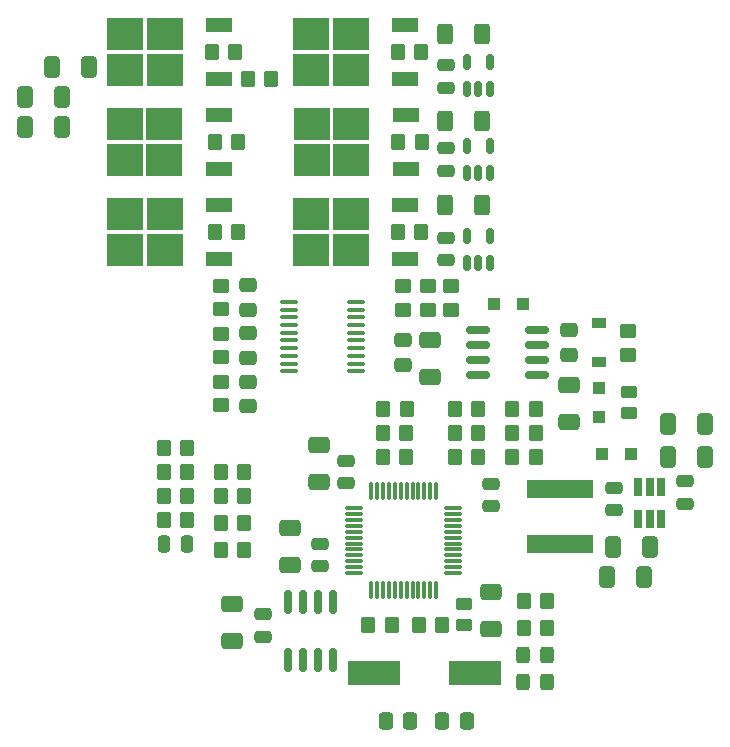
<source format=gtp>
G04 #@! TF.GenerationSoftware,KiCad,Pcbnew,6.0.11+dfsg-1*
G04 #@! TF.CreationDate,2025-03-20T11:06:45-04:00*
G04 #@! TF.ProjectId,foc-board,666f632d-626f-4617-9264-2e6b69636164,rev?*
G04 #@! TF.SameCoordinates,Original*
G04 #@! TF.FileFunction,Paste,Top*
G04 #@! TF.FilePolarity,Positive*
%FSLAX46Y46*%
G04 Gerber Fmt 4.6, Leading zero omitted, Abs format (unit mm)*
G04 Created by KiCad (PCBNEW 6.0.11+dfsg-1) date 2025-03-20 11:06:45*
%MOMM*%
%LPD*%
G01*
G04 APERTURE LIST*
G04 Aperture macros list*
%AMRoundRect*
0 Rectangle with rounded corners*
0 $1 Rounding radius*
0 $2 $3 $4 $5 $6 $7 $8 $9 X,Y pos of 4 corners*
0 Add a 4 corners polygon primitive as box body*
4,1,4,$2,$3,$4,$5,$6,$7,$8,$9,$2,$3,0*
0 Add four circle primitives for the rounded corners*
1,1,$1+$1,$2,$3*
1,1,$1+$1,$4,$5*
1,1,$1+$1,$6,$7*
1,1,$1+$1,$8,$9*
0 Add four rect primitives between the rounded corners*
20,1,$1+$1,$2,$3,$4,$5,0*
20,1,$1+$1,$4,$5,$6,$7,0*
20,1,$1+$1,$6,$7,$8,$9,0*
20,1,$1+$1,$8,$9,$2,$3,0*%
G04 Aperture macros list end*
%ADD10RoundRect,0.250000X-0.412500X-0.650000X0.412500X-0.650000X0.412500X0.650000X-0.412500X0.650000X0*%
%ADD11RoundRect,0.250000X0.450000X-0.350000X0.450000X0.350000X-0.450000X0.350000X-0.450000X-0.350000X0*%
%ADD12R,0.650000X1.560000*%
%ADD13RoundRect,0.250000X-0.350000X-0.450000X0.350000X-0.450000X0.350000X0.450000X-0.350000X0.450000X0*%
%ADD14RoundRect,0.250000X-0.337500X-0.475000X0.337500X-0.475000X0.337500X0.475000X-0.337500X0.475000X0*%
%ADD15RoundRect,0.150000X0.150000X-0.512500X0.150000X0.512500X-0.150000X0.512500X-0.150000X-0.512500X0*%
%ADD16RoundRect,0.250000X0.475000X-0.250000X0.475000X0.250000X-0.475000X0.250000X-0.475000X-0.250000X0*%
%ADD17RoundRect,0.250000X-0.475000X0.250000X-0.475000X-0.250000X0.475000X-0.250000X0.475000X0.250000X0*%
%ADD18RoundRect,0.100000X0.637500X0.100000X-0.637500X0.100000X-0.637500X-0.100000X0.637500X-0.100000X0*%
%ADD19RoundRect,0.250000X0.475000X-0.337500X0.475000X0.337500X-0.475000X0.337500X-0.475000X-0.337500X0*%
%ADD20RoundRect,0.075000X0.075000X-0.662500X0.075000X0.662500X-0.075000X0.662500X-0.075000X-0.662500X0*%
%ADD21RoundRect,0.075000X0.662500X-0.075000X0.662500X0.075000X-0.662500X0.075000X-0.662500X-0.075000X0*%
%ADD22RoundRect,0.250000X0.350000X0.450000X-0.350000X0.450000X-0.350000X-0.450000X0.350000X-0.450000X0*%
%ADD23RoundRect,0.250000X0.250000X0.475000X-0.250000X0.475000X-0.250000X-0.475000X0.250000X-0.475000X0*%
%ADD24RoundRect,0.250000X0.450000X-0.262500X0.450000X0.262500X-0.450000X0.262500X-0.450000X-0.262500X0*%
%ADD25RoundRect,0.250000X0.650000X-0.412500X0.650000X0.412500X-0.650000X0.412500X-0.650000X-0.412500X0*%
%ADD26RoundRect,0.250000X0.337500X0.475000X-0.337500X0.475000X-0.337500X-0.475000X0.337500X-0.475000X0*%
%ADD27R,3.050000X2.750000*%
%ADD28R,2.200000X1.200000*%
%ADD29R,5.700000X1.600000*%
%ADD30RoundRect,0.250000X0.412500X0.650000X-0.412500X0.650000X-0.412500X-0.650000X0.412500X-0.650000X0*%
%ADD31RoundRect,0.250000X0.325000X0.450000X-0.325000X0.450000X-0.325000X-0.450000X0.325000X-0.450000X0*%
%ADD32R,1.000000X1.000000*%
%ADD33R,1.200000X0.900000*%
%ADD34RoundRect,0.250000X-0.400000X-0.625000X0.400000X-0.625000X0.400000X0.625000X-0.400000X0.625000X0*%
%ADD35R,4.500000X2.000000*%
%ADD36RoundRect,0.250000X-0.450000X0.262500X-0.450000X-0.262500X0.450000X-0.262500X0.450000X0.262500X0*%
%ADD37RoundRect,0.150000X-0.150000X0.825000X-0.150000X-0.825000X0.150000X-0.825000X0.150000X0.825000X0*%
%ADD38RoundRect,0.150000X-0.825000X-0.150000X0.825000X-0.150000X0.825000X0.150000X-0.825000X0.150000X0*%
%ADD39RoundRect,0.250000X-0.650000X0.412500X-0.650000X-0.412500X0.650000X-0.412500X0.650000X0.412500X0*%
%ADD40RoundRect,0.250000X-0.450000X0.350000X-0.450000X-0.350000X0.450000X-0.350000X0.450000X0.350000X0*%
%ADD41RoundRect,0.250000X-0.475000X0.337500X-0.475000X-0.337500X0.475000X-0.337500X0.475000X0.337500X0*%
G04 APERTURE END LIST*
D10*
X132549500Y-111760000D03*
X135674500Y-111760000D03*
D11*
X116864000Y-91678000D03*
X116864000Y-89678000D03*
D12*
X134710000Y-109340000D03*
X135660000Y-109340000D03*
X136610000Y-109340000D03*
X136610000Y-106640000D03*
X135660000Y-106640000D03*
X134710000Y-106640000D03*
D13*
X124984000Y-116332000D03*
X126984000Y-116332000D03*
D14*
X118112500Y-126452000D03*
X120187500Y-126452000D03*
D15*
X120208000Y-72979500D03*
X121158000Y-72979500D03*
X122108000Y-72979500D03*
X122108000Y-70704500D03*
X120208000Y-70704500D03*
D13*
X98846000Y-77429000D03*
X100846000Y-77429000D03*
D16*
X132612000Y-108620000D03*
X132612000Y-106720000D03*
D17*
X109982000Y-104460000D03*
X109982000Y-106360000D03*
D16*
X122198000Y-108286000D03*
X122198000Y-106386000D03*
D13*
X124984000Y-118618000D03*
X126984000Y-118618000D03*
D15*
X120208000Y-80091500D03*
X121158000Y-80091500D03*
X122108000Y-80091500D03*
X122108000Y-77816500D03*
X120208000Y-77816500D03*
D18*
X110836500Y-96865000D03*
X110836500Y-96215000D03*
X110836500Y-95565000D03*
X110836500Y-94915000D03*
X110836500Y-94265000D03*
X110836500Y-93615000D03*
X110836500Y-92965000D03*
X110836500Y-92315000D03*
X110836500Y-91665000D03*
X110836500Y-91015000D03*
X105111500Y-91015000D03*
X105111500Y-91665000D03*
X105111500Y-92315000D03*
X105111500Y-92965000D03*
X105111500Y-93615000D03*
X105111500Y-94265000D03*
X105111500Y-94915000D03*
X105111500Y-95565000D03*
X105111500Y-96215000D03*
X105111500Y-96865000D03*
D13*
X94528000Y-109434000D03*
X96528000Y-109434000D03*
D19*
X114808000Y-96309000D03*
X114808000Y-94234000D03*
D20*
X112082000Y-115374500D03*
X112582000Y-115374500D03*
X113082000Y-115374500D03*
X113582000Y-115374500D03*
X114082000Y-115374500D03*
X114582000Y-115374500D03*
X115082000Y-115374500D03*
X115582000Y-115374500D03*
X116082000Y-115374500D03*
X116582000Y-115374500D03*
X117082000Y-115374500D03*
X117582000Y-115374500D03*
D21*
X118994500Y-113962000D03*
X118994500Y-113462000D03*
X118994500Y-112962000D03*
X118994500Y-112462000D03*
X118994500Y-111962000D03*
X118994500Y-111462000D03*
X118994500Y-110962000D03*
X118994500Y-110462000D03*
X118994500Y-109962000D03*
X118994500Y-109462000D03*
X118994500Y-108962000D03*
X118994500Y-108462000D03*
D20*
X117582000Y-107049500D03*
X117082000Y-107049500D03*
X116582000Y-107049500D03*
X116082000Y-107049500D03*
X115582000Y-107049500D03*
X115082000Y-107049500D03*
X114582000Y-107049500D03*
X114082000Y-107049500D03*
X113582000Y-107049500D03*
X113082000Y-107049500D03*
X112582000Y-107049500D03*
X112082000Y-107049500D03*
D21*
X110669500Y-108462000D03*
X110669500Y-108962000D03*
X110669500Y-109462000D03*
X110669500Y-109962000D03*
X110669500Y-110462000D03*
X110669500Y-110962000D03*
X110669500Y-111462000D03*
X110669500Y-111962000D03*
X110669500Y-112462000D03*
X110669500Y-112962000D03*
X110669500Y-113462000D03*
X110669500Y-113962000D03*
D22*
X126008000Y-102068000D03*
X124008000Y-102068000D03*
D23*
X96478000Y-111466000D03*
X94578000Y-111466000D03*
D24*
X133882000Y-100440500D03*
X133882000Y-98615500D03*
D22*
X113816000Y-118324000D03*
X111816000Y-118324000D03*
D11*
X99338000Y-99766000D03*
X99338000Y-97766000D03*
D25*
X105180000Y-113282500D03*
X105180000Y-110157500D03*
D26*
X115383000Y-126452000D03*
X113308000Y-126452000D03*
D27*
X94601000Y-68285000D03*
X91251000Y-68285000D03*
X94601000Y-71335000D03*
X91251000Y-71335000D03*
D28*
X99226000Y-72090000D03*
X99226000Y-67530000D03*
D29*
X128040000Y-106830000D03*
X128040000Y-111530000D03*
D11*
X99338000Y-95702000D03*
X99338000Y-93702000D03*
X118872000Y-91678000D03*
X118872000Y-89678000D03*
D22*
X101354000Y-105370000D03*
X99354000Y-105370000D03*
D16*
X138684000Y-108072000D03*
X138684000Y-106172000D03*
D22*
X115062000Y-102108000D03*
X113062000Y-102108000D03*
D13*
X119142000Y-100036000D03*
X121142000Y-100036000D03*
X94528000Y-103338000D03*
X96528000Y-103338000D03*
D30*
X88200500Y-71080000D03*
X85075500Y-71080000D03*
D10*
X132041500Y-114260000D03*
X135166500Y-114260000D03*
D31*
X127009000Y-123190000D03*
X124959000Y-123190000D03*
D22*
X115078000Y-100036000D03*
X113078000Y-100036000D03*
D27*
X94566000Y-78954000D03*
X94566000Y-75904000D03*
X91216000Y-78954000D03*
X91216000Y-75904000D03*
D28*
X99191000Y-79709000D03*
X99191000Y-75149000D03*
D27*
X110391000Y-78955000D03*
X107041000Y-78955000D03*
X110391000Y-75905000D03*
X107041000Y-75905000D03*
D28*
X115016000Y-79710000D03*
X115016000Y-75150000D03*
D10*
X137184000Y-101306000D03*
X140309000Y-101306000D03*
D31*
X127009000Y-120904000D03*
X124959000Y-120904000D03*
D15*
X120208000Y-87711500D03*
X121158000Y-87711500D03*
X122108000Y-87711500D03*
X122108000Y-85436500D03*
X120208000Y-85436500D03*
D16*
X118388000Y-87458000D03*
X118388000Y-85558000D03*
D32*
X131342000Y-100778000D03*
X131342000Y-98278000D03*
D33*
X131342000Y-96098000D03*
X131342000Y-92798000D03*
D34*
X118342000Y-82764000D03*
X121442000Y-82764000D03*
X118342000Y-68286000D03*
X121442000Y-68286000D03*
D17*
X107720000Y-111466000D03*
X107720000Y-113366000D03*
D22*
X126008000Y-100036000D03*
X124008000Y-100036000D03*
D19*
X101624000Y-95739500D03*
X101624000Y-93664500D03*
D16*
X118388000Y-72858000D03*
X118388000Y-70958000D03*
D34*
X118342000Y-75652000D03*
X121442000Y-75652000D03*
D13*
X99354000Y-112014000D03*
X101354000Y-112014000D03*
X119142000Y-104100000D03*
X121142000Y-104100000D03*
X114324000Y-85050000D03*
X116324000Y-85050000D03*
D32*
X124948000Y-91186000D03*
X122448000Y-91186000D03*
D13*
X114324000Y-69810000D03*
X116324000Y-69810000D03*
D35*
X112360000Y-122388000D03*
X120860000Y-122388000D03*
D27*
X106993000Y-68284000D03*
X110343000Y-71334000D03*
X110343000Y-68284000D03*
X106993000Y-71334000D03*
D28*
X114968000Y-72089000D03*
X114968000Y-67529000D03*
D36*
X119912000Y-116546000D03*
X119912000Y-118371000D03*
D19*
X101624000Y-99825000D03*
X101624000Y-97750000D03*
D13*
X114366000Y-77430000D03*
X116366000Y-77430000D03*
D37*
X108839000Y-116397000D03*
X107569000Y-116397000D03*
X106299000Y-116397000D03*
X105029000Y-116397000D03*
X105029000Y-121347000D03*
X106299000Y-121347000D03*
X107569000Y-121347000D03*
X108839000Y-121347000D03*
D13*
X98846000Y-85050000D03*
X100846000Y-85050000D03*
D22*
X126008000Y-104100000D03*
X124008000Y-104100000D03*
X118102000Y-118324000D03*
X116102000Y-118324000D03*
D16*
X102894000Y-119340000D03*
X102894000Y-117440000D03*
X118388000Y-79904000D03*
X118388000Y-78004000D03*
D25*
X107696000Y-106210500D03*
X107696000Y-103085500D03*
D13*
X98576000Y-69810000D03*
X100576000Y-69810000D03*
D38*
X121158000Y-93345000D03*
X121158000Y-94615000D03*
X121158000Y-95885000D03*
X121158000Y-97155000D03*
X126108000Y-97155000D03*
X126108000Y-95885000D03*
X126108000Y-94615000D03*
X126108000Y-93345000D03*
D39*
X128802000Y-98036500D03*
X128802000Y-101161500D03*
D13*
X101640000Y-72096000D03*
X103640000Y-72096000D03*
D32*
X134092000Y-103846000D03*
X131592000Y-103846000D03*
D10*
X137184000Y-104100000D03*
X140309000Y-104100000D03*
D13*
X99354000Y-109728000D03*
X101354000Y-109728000D03*
D19*
X101624000Y-91656000D03*
X101624000Y-89581000D03*
D27*
X110343000Y-86573000D03*
X106993000Y-86573000D03*
X106993000Y-83523000D03*
X110343000Y-83523000D03*
D28*
X114968000Y-87328000D03*
X114968000Y-82768000D03*
D13*
X94528000Y-107402000D03*
X96528000Y-107402000D03*
D40*
X133858000Y-93488000D03*
X133858000Y-95488000D03*
D41*
X128802000Y-93410500D03*
X128802000Y-95485500D03*
D30*
X85914500Y-76160000D03*
X82789500Y-76160000D03*
X85914500Y-73620000D03*
X82789500Y-73620000D03*
D39*
X100330000Y-116586000D03*
X100330000Y-119711000D03*
D13*
X119142000Y-102068000D03*
X121142000Y-102068000D03*
D11*
X114808000Y-91678000D03*
X114808000Y-89678000D03*
D13*
X94528000Y-105370000D03*
X96528000Y-105370000D03*
D22*
X115046000Y-104140000D03*
X113046000Y-104140000D03*
D25*
X122198000Y-118655000D03*
X122198000Y-115530000D03*
D27*
X91251000Y-86575000D03*
X94601000Y-86575000D03*
X91251000Y-83525000D03*
X94601000Y-83525000D03*
D28*
X99226000Y-87330000D03*
X99226000Y-82770000D03*
D25*
X117094000Y-97359000D03*
X117094000Y-94234000D03*
D11*
X99338000Y-91638000D03*
X99338000Y-89638000D03*
D13*
X99354000Y-107402000D03*
X101354000Y-107402000D03*
M02*

</source>
